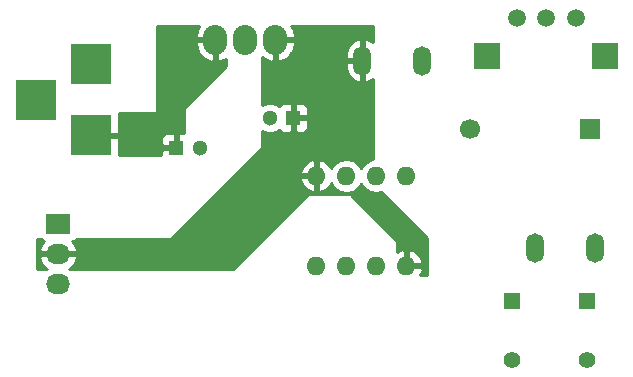
<source format=gtl>
G04 #@! TF.FileFunction,Copper,L1,Top,Signal*
%FSLAX46Y46*%
G04 Gerber Fmt 4.6, Leading zero omitted, Abs format (unit mm)*
G04 Created by KiCad (PCBNEW 4.0.1-2.fc23-product) date Thu 03 Mar 2016 02:56:58 PM EST*
%MOMM*%
G01*
G04 APERTURE LIST*
%ADD10C,0.100000*%
%ADD11O,1.600000X1.600000*%
%ADD12R,3.500120X3.500120*%
%ADD13C,1.699260*%
%ADD14R,1.699260X1.699260*%
%ADD15R,2.032000X1.727200*%
%ADD16O,2.032000X1.727200*%
%ADD17C,1.500000*%
%ADD18R,2.200000X2.200000*%
%ADD19O,1.501140X2.499360*%
%ADD20R,1.400000X1.400000*%
%ADD21C,1.400000*%
%ADD22R,1.300000X1.300000*%
%ADD23C,1.300000*%
%ADD24O,2.032000X2.540000*%
%ADD25C,0.250000*%
%ADD26C,0.254000*%
G04 APERTURE END LIST*
D10*
D11*
X154851100Y-112623600D03*
X157391100Y-112623600D03*
X159931100Y-112623600D03*
X162471100Y-112623600D03*
X162471100Y-105003600D03*
X159931100Y-105003600D03*
X157391100Y-105003600D03*
X154851100Y-105003600D03*
D12*
X135801100Y-101551740D03*
X135801100Y-95552260D03*
X131102100Y-98552000D03*
D13*
X167868080Y-101056440D03*
D14*
X178028080Y-101056440D03*
D15*
X133007100Y-109067600D03*
D16*
X133007100Y-111607600D03*
X133007100Y-114147600D03*
D17*
X176832900Y-91594400D03*
X174332900Y-91594400D03*
X171832900Y-91594400D03*
D18*
X169332900Y-94894400D03*
X179332900Y-94894400D03*
D19*
X158750000Y-95250000D03*
X163830000Y-95250000D03*
X173355000Y-111125000D03*
X178435000Y-111125000D03*
D20*
X171450000Y-115570000D03*
D21*
X171450000Y-120570000D03*
D20*
X177800000Y-115570000D03*
D21*
X177800000Y-120570000D03*
D22*
X143002000Y-102616000D03*
D23*
X145002000Y-102616000D03*
D22*
X152908000Y-100076000D03*
D23*
X150908000Y-100076000D03*
D24*
X148844000Y-93472000D03*
X151384000Y-93472000D03*
X146304000Y-93472000D03*
D25*
X178028080Y-110718080D02*
X178435000Y-111125000D01*
D26*
G36*
X144827276Y-92468857D02*
X144653000Y-93091000D01*
X144653000Y-93345000D01*
X146177000Y-93345000D01*
X146177000Y-93325000D01*
X146431000Y-93325000D01*
X146431000Y-93345000D01*
X146451000Y-93345000D01*
X146451000Y-93599000D01*
X146431000Y-93599000D01*
X146431000Y-95212836D01*
X146686944Y-95331975D01*
X146818477Y-95299926D01*
X147193000Y-95089312D01*
X147193000Y-95705394D01*
X143674197Y-99224197D01*
X143646334Y-99266211D01*
X143637000Y-99314000D01*
X143637000Y-101331000D01*
X143287750Y-101331000D01*
X143129000Y-101489750D01*
X143129000Y-102489000D01*
X143149000Y-102489000D01*
X143149000Y-102743000D01*
X143129000Y-102743000D01*
X143129000Y-102763000D01*
X142875000Y-102763000D01*
X142875000Y-102743000D01*
X141875750Y-102743000D01*
X141717000Y-102901750D01*
X141717000Y-103251000D01*
X138186160Y-103251000D01*
X138186160Y-101839690D01*
X141717000Y-101839690D01*
X141717000Y-102330250D01*
X141875750Y-102489000D01*
X142875000Y-102489000D01*
X142875000Y-101489750D01*
X142716250Y-101331000D01*
X142225691Y-101331000D01*
X141992302Y-101427673D01*
X141813673Y-101606301D01*
X141717000Y-101839690D01*
X138186160Y-101839690D01*
X138186160Y-101837490D01*
X138027410Y-101678740D01*
X135928100Y-101678740D01*
X135928100Y-101698740D01*
X135674100Y-101698740D01*
X135674100Y-101678740D01*
X135654100Y-101678740D01*
X135654100Y-101424740D01*
X135674100Y-101424740D01*
X135674100Y-101404740D01*
X135928100Y-101404740D01*
X135928100Y-101424740D01*
X138027410Y-101424740D01*
X138186160Y-101265990D01*
X138186160Y-99695000D01*
X141224000Y-99695000D01*
X141273410Y-99684994D01*
X141315035Y-99656553D01*
X141342315Y-99614159D01*
X141351000Y-99568000D01*
X141351000Y-93599000D01*
X144653000Y-93599000D01*
X144653000Y-93853000D01*
X144827276Y-94475143D01*
X145226370Y-94983236D01*
X145789523Y-95299926D01*
X145921056Y-95331975D01*
X146177000Y-95212836D01*
X146177000Y-93599000D01*
X144653000Y-93599000D01*
X141351000Y-93599000D01*
X141351000Y-92329000D01*
X144937130Y-92329000D01*
X144827276Y-92468857D01*
X144827276Y-92468857D01*
G37*
X144827276Y-92468857D02*
X144653000Y-93091000D01*
X144653000Y-93345000D01*
X146177000Y-93345000D01*
X146177000Y-93325000D01*
X146431000Y-93325000D01*
X146431000Y-93345000D01*
X146451000Y-93345000D01*
X146451000Y-93599000D01*
X146431000Y-93599000D01*
X146431000Y-95212836D01*
X146686944Y-95331975D01*
X146818477Y-95299926D01*
X147193000Y-95089312D01*
X147193000Y-95705394D01*
X143674197Y-99224197D01*
X143646334Y-99266211D01*
X143637000Y-99314000D01*
X143637000Y-101331000D01*
X143287750Y-101331000D01*
X143129000Y-101489750D01*
X143129000Y-102489000D01*
X143149000Y-102489000D01*
X143149000Y-102743000D01*
X143129000Y-102743000D01*
X143129000Y-102763000D01*
X142875000Y-102763000D01*
X142875000Y-102743000D01*
X141875750Y-102743000D01*
X141717000Y-102901750D01*
X141717000Y-103251000D01*
X138186160Y-103251000D01*
X138186160Y-101839690D01*
X141717000Y-101839690D01*
X141717000Y-102330250D01*
X141875750Y-102489000D01*
X142875000Y-102489000D01*
X142875000Y-101489750D01*
X142716250Y-101331000D01*
X142225691Y-101331000D01*
X141992302Y-101427673D01*
X141813673Y-101606301D01*
X141717000Y-101839690D01*
X138186160Y-101839690D01*
X138186160Y-101837490D01*
X138027410Y-101678740D01*
X135928100Y-101678740D01*
X135928100Y-101698740D01*
X135674100Y-101698740D01*
X135674100Y-101678740D01*
X135654100Y-101678740D01*
X135654100Y-101424740D01*
X135674100Y-101424740D01*
X135674100Y-101404740D01*
X135928100Y-101404740D01*
X135928100Y-101424740D01*
X138027410Y-101424740D01*
X138186160Y-101265990D01*
X138186160Y-99695000D01*
X141224000Y-99695000D01*
X141273410Y-99684994D01*
X141315035Y-99656553D01*
X141342315Y-99614159D01*
X141351000Y-99568000D01*
X141351000Y-93599000D01*
X144653000Y-93599000D01*
X144653000Y-93853000D01*
X144827276Y-94475143D01*
X145226370Y-94983236D01*
X145789523Y-95299926D01*
X145921056Y-95331975D01*
X146177000Y-95212836D01*
X146177000Y-93599000D01*
X144653000Y-93599000D01*
X141351000Y-93599000D01*
X141351000Y-92329000D01*
X144937130Y-92329000D01*
X144827276Y-92468857D01*
G36*
X159639000Y-93680829D02*
X159162903Y-93422190D01*
X159091275Y-93408007D01*
X158877000Y-93530661D01*
X158877000Y-95123000D01*
X158897000Y-95123000D01*
X158897000Y-95377000D01*
X158877000Y-95377000D01*
X158877000Y-96969339D01*
X159091275Y-97091993D01*
X159162903Y-97077810D01*
X159639000Y-96819171D01*
X159639000Y-103598589D01*
X159381949Y-103649720D01*
X158916402Y-103960789D01*
X158661100Y-104342875D01*
X158405798Y-103960789D01*
X157940251Y-103649720D01*
X157391100Y-103540487D01*
X156841949Y-103649720D01*
X156376402Y-103960789D01*
X156106114Y-104365303D01*
X156003489Y-104148466D01*
X155588523Y-103772559D01*
X155200139Y-103611696D01*
X154978100Y-103733685D01*
X154978100Y-104876600D01*
X154998100Y-104876600D01*
X154998100Y-105130600D01*
X154978100Y-105130600D01*
X154978100Y-106273515D01*
X155200139Y-106395504D01*
X155588523Y-106234641D01*
X156003489Y-105858734D01*
X156106114Y-105641897D01*
X156376402Y-106046411D01*
X156841949Y-106357480D01*
X157391100Y-106466713D01*
X157940251Y-106357480D01*
X158405798Y-106046411D01*
X158661100Y-105664325D01*
X158916402Y-106046411D01*
X159381949Y-106357480D01*
X159931100Y-106466713D01*
X160313119Y-106390725D01*
X164211000Y-110288606D01*
X164211000Y-113411000D01*
X163655546Y-113411000D01*
X163863014Y-112972641D01*
X163741729Y-112750600D01*
X162598100Y-112750600D01*
X162598100Y-112770600D01*
X162344100Y-112770600D01*
X162344100Y-112750600D01*
X162324100Y-112750600D01*
X162324100Y-112496600D01*
X162344100Y-112496600D01*
X162344100Y-111353685D01*
X162598100Y-111353685D01*
X162598100Y-112496600D01*
X163741729Y-112496600D01*
X163863014Y-112274559D01*
X163623489Y-111768466D01*
X163208523Y-111392559D01*
X162820139Y-111231696D01*
X162598100Y-111353685D01*
X162344100Y-111353685D01*
X162122061Y-111231696D01*
X161733677Y-111392559D01*
X161671000Y-111449336D01*
X161671000Y-110490000D01*
X161660994Y-110440590D01*
X161633803Y-110400197D01*
X157823803Y-106590197D01*
X157781789Y-106562334D01*
X157734000Y-106553000D01*
X154178000Y-106553000D01*
X154128590Y-106563006D01*
X154088197Y-106590197D01*
X147775394Y-112903000D01*
X133974748Y-112903000D01*
X133942031Y-112881139D01*
X134357832Y-112509636D01*
X134611809Y-111982391D01*
X134614458Y-111966626D01*
X134493317Y-111734600D01*
X133134100Y-111734600D01*
X133134100Y-111754600D01*
X132880100Y-111754600D01*
X132880100Y-111734600D01*
X131520883Y-111734600D01*
X131399742Y-111966626D01*
X131402391Y-111982391D01*
X131656368Y-112509636D01*
X132072169Y-112881139D01*
X132039452Y-112903000D01*
X131191000Y-112903000D01*
X131191000Y-110363000D01*
X131514371Y-110363000D01*
X131527010Y-110382641D01*
X131739210Y-110527631D01*
X131834027Y-110546832D01*
X131656368Y-110705564D01*
X131402391Y-111232809D01*
X131399742Y-111248574D01*
X131520883Y-111480600D01*
X132880100Y-111480600D01*
X132880100Y-111460600D01*
X133134100Y-111460600D01*
X133134100Y-111480600D01*
X134493317Y-111480600D01*
X134614458Y-111248574D01*
X134611809Y-111232809D01*
X134357832Y-110705564D01*
X134182255Y-110548693D01*
X134258417Y-110534362D01*
X134474541Y-110395290D01*
X134496604Y-110363000D01*
X142494000Y-110363000D01*
X142543410Y-110352994D01*
X142583803Y-110325803D01*
X147556965Y-105352641D01*
X153459186Y-105352641D01*
X153698711Y-105858734D01*
X154113677Y-106234641D01*
X154502061Y-106395504D01*
X154724100Y-106273515D01*
X154724100Y-105130600D01*
X153580471Y-105130600D01*
X153459186Y-105352641D01*
X147556965Y-105352641D01*
X148255047Y-104654559D01*
X153459186Y-104654559D01*
X153580471Y-104876600D01*
X154724100Y-104876600D01*
X154724100Y-103733685D01*
X154502061Y-103611696D01*
X154113677Y-103772559D01*
X153698711Y-104148466D01*
X153459186Y-104654559D01*
X148255047Y-104654559D01*
X150203803Y-102705803D01*
X150231666Y-102663789D01*
X150241000Y-102616000D01*
X150241000Y-101190415D01*
X150651276Y-101360777D01*
X151162481Y-101361223D01*
X151634943Y-101166005D01*
X151718420Y-101082674D01*
X151719673Y-101085699D01*
X151898302Y-101264327D01*
X152131691Y-101361000D01*
X152622250Y-101361000D01*
X152781000Y-101202250D01*
X152781000Y-100203000D01*
X153035000Y-100203000D01*
X153035000Y-101202250D01*
X153193750Y-101361000D01*
X153684309Y-101361000D01*
X153917698Y-101264327D01*
X154096327Y-101085699D01*
X154193000Y-100852310D01*
X154193000Y-100361750D01*
X154034250Y-100203000D01*
X153035000Y-100203000D01*
X152781000Y-100203000D01*
X152761000Y-100203000D01*
X152761000Y-99949000D01*
X152781000Y-99949000D01*
X152781000Y-98949750D01*
X153035000Y-98949750D01*
X153035000Y-99949000D01*
X154034250Y-99949000D01*
X154193000Y-99790250D01*
X154193000Y-99299690D01*
X154096327Y-99066301D01*
X153917698Y-98887673D01*
X153684309Y-98791000D01*
X153193750Y-98791000D01*
X153035000Y-98949750D01*
X152781000Y-98949750D01*
X152622250Y-98791000D01*
X152131691Y-98791000D01*
X151898302Y-98887673D01*
X151719673Y-99066301D01*
X151718520Y-99069083D01*
X151636845Y-98987265D01*
X151164724Y-98791223D01*
X150653519Y-98790777D01*
X150241000Y-98961227D01*
X150241000Y-95377000D01*
X157364430Y-95377000D01*
X157364430Y-95876110D01*
X157518501Y-96396677D01*
X157860056Y-96818658D01*
X158337097Y-97077810D01*
X158408725Y-97091993D01*
X158623000Y-96969339D01*
X158623000Y-95377000D01*
X157364430Y-95377000D01*
X150241000Y-95377000D01*
X150241000Y-94900012D01*
X150306370Y-94983236D01*
X150869523Y-95299926D01*
X151001056Y-95331975D01*
X151257000Y-95212836D01*
X151257000Y-93599000D01*
X151511000Y-93599000D01*
X151511000Y-95212836D01*
X151766944Y-95331975D01*
X151898477Y-95299926D01*
X152461630Y-94983236D01*
X152743887Y-94623890D01*
X157364430Y-94623890D01*
X157364430Y-95123000D01*
X158623000Y-95123000D01*
X158623000Y-93530661D01*
X158408725Y-93408007D01*
X158337097Y-93422190D01*
X157860056Y-93681342D01*
X157518501Y-94103323D01*
X157364430Y-94623890D01*
X152743887Y-94623890D01*
X152860724Y-94475143D01*
X153035000Y-93853000D01*
X153035000Y-93599000D01*
X151511000Y-93599000D01*
X151257000Y-93599000D01*
X151237000Y-93599000D01*
X151237000Y-93345000D01*
X151257000Y-93345000D01*
X151257000Y-93325000D01*
X151511000Y-93325000D01*
X151511000Y-93345000D01*
X153035000Y-93345000D01*
X153035000Y-93091000D01*
X152860724Y-92468857D01*
X152750870Y-92329000D01*
X159639000Y-92329000D01*
X159639000Y-93680829D01*
X159639000Y-93680829D01*
G37*
X159639000Y-93680829D02*
X159162903Y-93422190D01*
X159091275Y-93408007D01*
X158877000Y-93530661D01*
X158877000Y-95123000D01*
X158897000Y-95123000D01*
X158897000Y-95377000D01*
X158877000Y-95377000D01*
X158877000Y-96969339D01*
X159091275Y-97091993D01*
X159162903Y-97077810D01*
X159639000Y-96819171D01*
X159639000Y-103598589D01*
X159381949Y-103649720D01*
X158916402Y-103960789D01*
X158661100Y-104342875D01*
X158405798Y-103960789D01*
X157940251Y-103649720D01*
X157391100Y-103540487D01*
X156841949Y-103649720D01*
X156376402Y-103960789D01*
X156106114Y-104365303D01*
X156003489Y-104148466D01*
X155588523Y-103772559D01*
X155200139Y-103611696D01*
X154978100Y-103733685D01*
X154978100Y-104876600D01*
X154998100Y-104876600D01*
X154998100Y-105130600D01*
X154978100Y-105130600D01*
X154978100Y-106273515D01*
X155200139Y-106395504D01*
X155588523Y-106234641D01*
X156003489Y-105858734D01*
X156106114Y-105641897D01*
X156376402Y-106046411D01*
X156841949Y-106357480D01*
X157391100Y-106466713D01*
X157940251Y-106357480D01*
X158405798Y-106046411D01*
X158661100Y-105664325D01*
X158916402Y-106046411D01*
X159381949Y-106357480D01*
X159931100Y-106466713D01*
X160313119Y-106390725D01*
X164211000Y-110288606D01*
X164211000Y-113411000D01*
X163655546Y-113411000D01*
X163863014Y-112972641D01*
X163741729Y-112750600D01*
X162598100Y-112750600D01*
X162598100Y-112770600D01*
X162344100Y-112770600D01*
X162344100Y-112750600D01*
X162324100Y-112750600D01*
X162324100Y-112496600D01*
X162344100Y-112496600D01*
X162344100Y-111353685D01*
X162598100Y-111353685D01*
X162598100Y-112496600D01*
X163741729Y-112496600D01*
X163863014Y-112274559D01*
X163623489Y-111768466D01*
X163208523Y-111392559D01*
X162820139Y-111231696D01*
X162598100Y-111353685D01*
X162344100Y-111353685D01*
X162122061Y-111231696D01*
X161733677Y-111392559D01*
X161671000Y-111449336D01*
X161671000Y-110490000D01*
X161660994Y-110440590D01*
X161633803Y-110400197D01*
X157823803Y-106590197D01*
X157781789Y-106562334D01*
X157734000Y-106553000D01*
X154178000Y-106553000D01*
X154128590Y-106563006D01*
X154088197Y-106590197D01*
X147775394Y-112903000D01*
X133974748Y-112903000D01*
X133942031Y-112881139D01*
X134357832Y-112509636D01*
X134611809Y-111982391D01*
X134614458Y-111966626D01*
X134493317Y-111734600D01*
X133134100Y-111734600D01*
X133134100Y-111754600D01*
X132880100Y-111754600D01*
X132880100Y-111734600D01*
X131520883Y-111734600D01*
X131399742Y-111966626D01*
X131402391Y-111982391D01*
X131656368Y-112509636D01*
X132072169Y-112881139D01*
X132039452Y-112903000D01*
X131191000Y-112903000D01*
X131191000Y-110363000D01*
X131514371Y-110363000D01*
X131527010Y-110382641D01*
X131739210Y-110527631D01*
X131834027Y-110546832D01*
X131656368Y-110705564D01*
X131402391Y-111232809D01*
X131399742Y-111248574D01*
X131520883Y-111480600D01*
X132880100Y-111480600D01*
X132880100Y-111460600D01*
X133134100Y-111460600D01*
X133134100Y-111480600D01*
X134493317Y-111480600D01*
X134614458Y-111248574D01*
X134611809Y-111232809D01*
X134357832Y-110705564D01*
X134182255Y-110548693D01*
X134258417Y-110534362D01*
X134474541Y-110395290D01*
X134496604Y-110363000D01*
X142494000Y-110363000D01*
X142543410Y-110352994D01*
X142583803Y-110325803D01*
X147556965Y-105352641D01*
X153459186Y-105352641D01*
X153698711Y-105858734D01*
X154113677Y-106234641D01*
X154502061Y-106395504D01*
X154724100Y-106273515D01*
X154724100Y-105130600D01*
X153580471Y-105130600D01*
X153459186Y-105352641D01*
X147556965Y-105352641D01*
X148255047Y-104654559D01*
X153459186Y-104654559D01*
X153580471Y-104876600D01*
X154724100Y-104876600D01*
X154724100Y-103733685D01*
X154502061Y-103611696D01*
X154113677Y-103772559D01*
X153698711Y-104148466D01*
X153459186Y-104654559D01*
X148255047Y-104654559D01*
X150203803Y-102705803D01*
X150231666Y-102663789D01*
X150241000Y-102616000D01*
X150241000Y-101190415D01*
X150651276Y-101360777D01*
X151162481Y-101361223D01*
X151634943Y-101166005D01*
X151718420Y-101082674D01*
X151719673Y-101085699D01*
X151898302Y-101264327D01*
X152131691Y-101361000D01*
X152622250Y-101361000D01*
X152781000Y-101202250D01*
X152781000Y-100203000D01*
X153035000Y-100203000D01*
X153035000Y-101202250D01*
X153193750Y-101361000D01*
X153684309Y-101361000D01*
X153917698Y-101264327D01*
X154096327Y-101085699D01*
X154193000Y-100852310D01*
X154193000Y-100361750D01*
X154034250Y-100203000D01*
X153035000Y-100203000D01*
X152781000Y-100203000D01*
X152761000Y-100203000D01*
X152761000Y-99949000D01*
X152781000Y-99949000D01*
X152781000Y-98949750D01*
X153035000Y-98949750D01*
X153035000Y-99949000D01*
X154034250Y-99949000D01*
X154193000Y-99790250D01*
X154193000Y-99299690D01*
X154096327Y-99066301D01*
X153917698Y-98887673D01*
X153684309Y-98791000D01*
X153193750Y-98791000D01*
X153035000Y-98949750D01*
X152781000Y-98949750D01*
X152622250Y-98791000D01*
X152131691Y-98791000D01*
X151898302Y-98887673D01*
X151719673Y-99066301D01*
X151718520Y-99069083D01*
X151636845Y-98987265D01*
X151164724Y-98791223D01*
X150653519Y-98790777D01*
X150241000Y-98961227D01*
X150241000Y-95377000D01*
X157364430Y-95377000D01*
X157364430Y-95876110D01*
X157518501Y-96396677D01*
X157860056Y-96818658D01*
X158337097Y-97077810D01*
X158408725Y-97091993D01*
X158623000Y-96969339D01*
X158623000Y-95377000D01*
X157364430Y-95377000D01*
X150241000Y-95377000D01*
X150241000Y-94900012D01*
X150306370Y-94983236D01*
X150869523Y-95299926D01*
X151001056Y-95331975D01*
X151257000Y-95212836D01*
X151257000Y-93599000D01*
X151511000Y-93599000D01*
X151511000Y-95212836D01*
X151766944Y-95331975D01*
X151898477Y-95299926D01*
X152461630Y-94983236D01*
X152743887Y-94623890D01*
X157364430Y-94623890D01*
X157364430Y-95123000D01*
X158623000Y-95123000D01*
X158623000Y-93530661D01*
X158408725Y-93408007D01*
X158337097Y-93422190D01*
X157860056Y-93681342D01*
X157518501Y-94103323D01*
X157364430Y-94623890D01*
X152743887Y-94623890D01*
X152860724Y-94475143D01*
X153035000Y-93853000D01*
X153035000Y-93599000D01*
X151511000Y-93599000D01*
X151257000Y-93599000D01*
X151237000Y-93599000D01*
X151237000Y-93345000D01*
X151257000Y-93345000D01*
X151257000Y-93325000D01*
X151511000Y-93325000D01*
X151511000Y-93345000D01*
X153035000Y-93345000D01*
X153035000Y-93091000D01*
X152860724Y-92468857D01*
X152750870Y-92329000D01*
X159639000Y-92329000D01*
X159639000Y-93680829D01*
M02*

</source>
